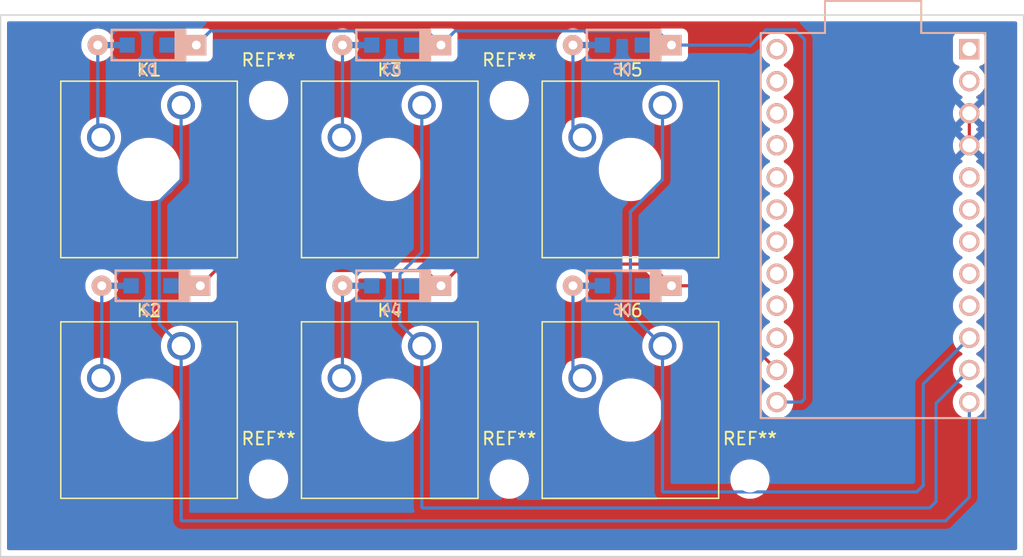
<source format=kicad_pcb>
(kicad_pcb (version 20211014) (generator pcbnew)
  (layers (0 "F.Cu" signal) (31 "B.Cu" signal) (34 "B.Paste" user) (35 "F.Paste" user) (36 "B.SilkS" user "B.Silkscreen") (37 "F.SilkS" user "F.Silkscreen") (38 "B.Mask" user) (39 "F.Mask" user) (44 "Edge.Cuts" user))
  (net 0 "")
  (net 1 "Net-(D1-Pad2)")
  (net 2 "row1")
  (net 3 "Net-(D2-Pad2)")
  (net 4 "row2")
  (net 5 "Net-(D3-Pad2)")
  (net 6 "Net-(D4-Pad2)")
  (net 7 "Net-(D5-Pad2)")
  (net 8 "Net-(D6-Pad2)")
  (net 9 "col1")
  (net 10 "col2")
  (net 18 "col3")
  (net 29 "+5V")
  (footprint "MountingHole:MountingHole_2.1mm" (layer "F.Cu") (at 125.984 47.244)
    (fp_text reference "REF**" (at 0 -3.2) (layer "F.SilkS"))
    (fp_text value "MountingHole_2.1mm")
    (pad "" np_thru_hole circle (at 0 0) (size 2.1 2.1) (drill 2.1) (layers *.Cu *.Mask))
  )
  (footprint "MountingHole:MountingHole_2.1mm" (layer "F.Cu") (at 145.034 77.216)
    (fp_text reference "REF**" (at 0 -3.2) (layer "F.SilkS"))
    (fp_text value "MountingHole_2.1mm")
    (pad "" np_thru_hole circle (at 0 0) (size 2.1 2.1) (drill 2.1) (layers *.Cu *.Mask))
  )
  (footprint "Button_Switch_Keyboard:SW_Cherry_MX_1.00u_Plate" (layer "F.Cu") (at 157.1625 47.625)
    (fp_text reference "K5" (at -2.54 -2.794) (layer "F.SilkS"))
    (fp_text value "KEYSW")
    (fp_line (start -9.525 -1.905) (end 4.445 -1.905) (layer "F.SilkS") (width 0.12))
    (fp_line (start 4.445 -1.905) (end 4.445 12.065) (layer "F.SilkS") (width 0.12))
    (fp_line (start -9.525 12.065) (end -9.525 -1.905) (layer "F.SilkS") (width 0.12))
    (fp_line (start 4.445 12.065) (end -9.525 12.065) (layer "F.SilkS") (width 0.12))
    (pad "" np_thru_hole circle (at -2.54 5.08) (size 4 4) (drill 4) (layers *.Cu *.Mask))
    (pad "1" thru_hole circle (at 0 0) (size 2.2 2.2) (drill 1.5) (layers *.Cu *.Mask) (net 18 "col3"))
    (pad "2" thru_hole circle (at -6.35 2.54) (size 2.2 2.2) (drill 1.5) (layers *.Cu *.Mask) (net 7 "Net-(D5-Pad2)"))
  )
  (footprint "Button_Switch_Keyboard:SW_Cherry_MX_1.00u_Plate" (layer "F.Cu") (at 138.1125 66.675)
    (fp_text reference "K4" (at -2.54 -2.794) (layer "F.SilkS"))
    (fp_text value "KEYSW")
    (fp_line (start 4.445 -1.905) (end 4.445 12.065) (layer "F.SilkS") (width 0.12))
    (fp_line (start 4.445 12.065) (end -9.525 12.065) (layer "F.SilkS") (width 0.12))
    (fp_line (start -9.525 -1.905) (end 4.445 -1.905) (layer "F.SilkS") (width 0.12))
    (fp_line (start -9.525 12.065) (end -9.525 -1.905) (layer "F.SilkS") (width 0.12))
    (pad "" np_thru_hole circle (at -2.54 5.08) (size 4 4) (drill 4) (layers *.Cu *.Mask))
    (pad "1" thru_hole circle (at 0 0) (size 2.2 2.2) (drill 1.5) (layers *.Cu *.Mask) (net 10 "col2"))
    (pad "2" thru_hole circle (at -6.35 2.54) (size 2.2 2.2) (drill 1.5) (layers *.Cu *.Mask) (net 6 "Net-(D4-Pad2)"))
  )
  (footprint "MountingHole:MountingHole_2.1mm" (layer "F.Cu") (at 145.034 47.244)
    (fp_text reference "REF**" (at 0 -3.2) (layer "F.SilkS"))
    (fp_text value "MountingHole_2.1mm")
    (pad "" np_thru_hole circle (at 0 0) (size 2.1 2.1) (drill 2.1) (layers *.Cu *.Mask))
  )
  (footprint "Button_Switch_Keyboard:SW_Cherry_MX_1.00u_Plate" (layer "F.Cu") (at 119.0625 47.625)
    (fp_text reference "K1" (at -2.54 -2.794) (layer "F.SilkS"))
    (fp_text value "KEYSW")
    (fp_line (start 4.445 -1.905) (end 4.445 12.065) (layer "F.SilkS") (width 0.12))
    (fp_line (start -9.525 -1.905) (end 4.445 -1.905) (layer "F.SilkS") (width 0.12))
    (fp_line (start -9.525 12.065) (end -9.525 -1.905) (layer "F.SilkS") (width 0.12))
    (fp_line (start 4.445 12.065) (end -9.525 12.065) (layer "F.SilkS") (width 0.12))
    (pad "" np_thru_hole circle (at -2.54 5.08) (size 4 4) (drill 4) (layers *.Cu *.Mask))
    (pad "1" thru_hole circle (at 0 0) (size 2.2 2.2) (drill 1.5) (layers *.Cu *.Mask) (net 9 "col1"))
    (pad "2" thru_hole circle (at -6.35 2.54) (size 2.2 2.2) (drill 1.5) (layers *.Cu *.Mask) (net 1 "Net-(D1-Pad2)"))
  )
  (footprint "Button_Switch_Keyboard:SW_Cherry_MX_1.00u_Plate" (layer "F.Cu") (at 119.0625 66.675)
    (fp_text reference "K2" (at -2.54 -2.794) (layer "F.SilkS"))
    (fp_text value "KEYSW")
    (fp_line (start -9.525 12.065) (end -9.525 -1.905) (layer "F.SilkS") (width 0.12))
    (fp_line (start -9.525 -1.905) (end 4.445 -1.905) (layer "F.SilkS") (width 0.12))
    (fp_line (start 4.445 12.065) (end -9.525 12.065) (layer "F.SilkS") (width 0.12))
    (fp_line (start 4.445 -1.905) (end 4.445 12.065) (layer "F.SilkS") (width 0.12))
    (pad "" np_thru_hole circle (at -2.54 5.08) (size 4 4) (drill 4) (layers *.Cu *.Mask))
    (pad "1" thru_hole circle (at 0 0) (size 2.2 2.2) (drill 1.5) (layers *.Cu *.Mask) (net 9 "col1"))
    (pad "2" thru_hole circle (at -6.35 2.54) (size 2.2 2.2) (drill 1.5) (layers *.Cu *.Mask) (net 3 "Net-(D2-Pad2)"))
  )
  (footprint "MountingHole:MountingHole_2.1mm" (layer "F.Cu") (at 125.984 77.216)
    (fp_text reference "REF**" (at 0 -3.2) (layer "F.SilkS"))
    (fp_text value "MountingHole_2.1mm")
    (pad "" np_thru_hole circle (at 0 0) (size 2.1 2.1) (drill 2.1) (layers *.Cu *.Mask))
  )
  (footprint "MountingHole:MountingHole_2.1mm" (layer "F.Cu") (at 164.084 77.216)
    (fp_text reference "REF**" (at 0 -3.2) (layer "F.SilkS"))
    (fp_text value "MountingHole_2.1mm")
    (pad "" np_thru_hole circle (at 0 0) (size 2.1 2.1) (drill 2.1) (layers *.Cu *.Mask))
  )
  (footprint "Button_Switch_Keyboard:SW_Cherry_MX_1.00u_Plate" (layer "F.Cu") (at 138.1125 47.625)
    (fp_text reference "K3" (at -2.54 -2.794) (layer "F.SilkS"))
    (fp_text value "KEYSW")
    (fp_line (start 4.445 12.065) (end -9.525 12.065) (layer "F.SilkS") (width 0.12))
    (fp_line (start -9.525 12.065) (end -9.525 -1.905) (layer "F.SilkS") (width 0.12))
    (fp_line (start -9.525 -1.905) (end 4.445 -1.905) (layer "F.SilkS") (width 0.12))
    (fp_line (start 4.445 -1.905) (end 4.445 12.065) (layer "F.SilkS") (width 0.12))
    (pad "" np_thru_hole circle (at -2.54 5.08) (size 4 4) (drill 4) (layers *.Cu *.Mask))
    (pad "1" thru_hole circle (at 0 0) (size 2.2 2.2) (drill 1.5) (layers *.Cu *.Mask) (net 10 "col2"))
    (pad "2" thru_hole circle (at -6.35 2.54) (size 2.2 2.2) (drill 1.5) (layers *.Cu *.Mask) (net 5 "Net-(D3-Pad2)"))
  )
  (footprint "Button_Switch_Keyboard:SW_Cherry_MX_1.00u_Plate" (layer "F.Cu") (at 157.1625 66.675)
    (fp_text reference "K6" (at -2.54 -2.794) (layer "F.SilkS"))
    (fp_text value "KEYSW")
    (fp_line (start -9.525 12.065) (end -9.525 -1.905) (layer "F.SilkS") (width 0.12))
    (fp_line (start 4.445 12.065) (end -9.525 12.065) (layer "F.SilkS") (width 0.12))
    (fp_line (start -9.525 -1.905) (end 4.445 -1.905) (layer "F.SilkS") (width 0.12))
    (fp_line (start 4.445 -1.905) (end 4.445 12.065) (layer "F.SilkS") (width 0.12))
    (pad "" np_thru_hole circle (at -2.54 5.08) (size 4 4) (drill 4) (layers *.Cu *.Mask))
    (pad "1" thru_hole circle (at 0 0) (size 2.2 2.2) (drill 1.5) (layers *.Cu *.Mask) (net 18 "col3"))
    (pad "2" thru_hole circle (at -6.35 2.54) (size 2.2 2.2) (drill 1.5) (layers *.Cu *.Mask) (net 8 "Net-(D6-Pad2)"))
  )
  (footprint "keyboard_parts:D_SOD123_axial" (layer "B.Cu") (at 116.68125 61.9125 180)
    (fp_text reference "D2" (at 0 -1.925) (layer "B.SilkS") (effects (font (size 0.8 0.8)) (justify mirror)))
    (fp_text value "D" hide)
    (fp_line (start -2.625 1.2) (end -2.625 -1.2) (layer "B.SilkS") (width 0.2))
    (fp_line (start -3 1.2) (end 2.8 1.2) (layer "B.SilkS") (width 0.2))
    (fp_line (start -2.275 1.2) (end -2.275 -1.2) (layer "B.SilkS") (width 0.2))
    (fp_line (start -2.45 1.2) (end -2.45 -1.2) (layer "B.SilkS") (width 0.2))
    (fp_line (start 2.8 1.2) (end 2.8 -1.2) (layer "B.SilkS") (width 0.2))
    (fp_line (start -3.025 -1.2) (end -3.025 1.2) (layer "B.SilkS") (width 0.2))
    (fp_line (start 2.8 -1.2) (end -3 -1.2) (layer "B.SilkS") (width 0.2))
    (fp_line (start -2.8 1.2) (end -2.8 -1.2) (layer "B.SilkS") (width 0.2))
    (fp_line (start -2.925 1.2) (end -2.925 -1.2) (layer "B.SilkS") (width 0.2))
    (pad "1" smd rect locked (at -1.575 0 180) (size 1.2 1.2) (layers "B.Cu" "B.Paste" "B.Mask") (net 4 "row2"))
    (pad "1" smd rect locked (at -2.7 0 180) (size 2.5 0.5) (layers "B.Cu") (net 4 "row2"))
    (pad "1" thru_hole rect locked (at -3.9 0 180) (size 1.6 1.6) (drill 0.7) (layers *.Cu *.Mask "B.SilkS") (net 4 "row2"))
    (pad "2" smd rect locked (at 1.575 0 180) (size 1.2 1.2) (layers "B.Cu" "B.Paste" "B.Mask") (net 3 "Net-(D2-Pad2)"))
    (pad "2" smd rect locked (at 2.7 0 180) (size 2.5 0.5) (layers "B.Cu") (net 3 "Net-(D2-Pad2)"))
    (pad "2" thru_hole circle locked (at 3.9 0 180) (size 1.6 1.6) (drill 0.7) (layers *.Cu *.Mask "B.SilkS") (net 3 "Net-(D2-Pad2)"))
  )
  (footprint "keyboard_parts:D_SOD123_axial" (layer "B.Cu") (at 135.73125 42.8625 180)
    (fp_text reference "D3" (at 0 -1.925) (layer "B.SilkS") (effects (font (size 0.8 0.8)) (justify mirror)))
    (fp_text value "D" hide)
    (fp_line (start -2.275 1.2) (end -2.275 -1.2) (layer "B.SilkS") (width 0.2))
    (fp_line (start -2.925 1.2) (end -2.925 -1.2) (layer "B.SilkS") (width 0.2))
    (fp_line (start -2.625 1.2) (end -2.625 -1.2) (layer "B.SilkS") (width 0.2))
    (fp_line (start 2.8 -1.2) (end -3 -1.2) (layer "B.SilkS") (width 0.2))
    (fp_line (start 2.8 1.2) (end 2.8 -1.2) (layer "B.SilkS") (width 0.2))
    (fp_line (start -3 1.2) (end 2.8 1.2) (layer "B.SilkS") (width 0.2))
    (fp_line (start -2.45 1.2) (end -2.45 -1.2) (layer "B.SilkS") (width 0.2))
    (fp_line (start -3.025 -1.2) (end -3.025 1.2) (layer "B.SilkS") (width 0.2))
    (fp_line (start -2.8 1.2) (end -2.8 -1.2) (layer "B.SilkS") (width 0.2))
    (pad "1" thru_hole rect locked (at -3.9 0 180) (size 1.6 1.6) (drill 0.7) (layers *.Cu *.Mask "B.SilkS") (net 2 "row1"))
    (pad "1" smd rect locked (at -1.575 0 180) (size 1.2 1.2) (layers "B.Cu" "B.Paste" "B.Mask") (net 2 "row1"))
    (pad "1" smd rect locked (at -2.7 0 180) (size 2.5 0.5) (layers "B.Cu") (net 2 "row1"))
    (pad "2" smd rect locked (at 1.575 0 180) (size 1.2 1.2) (layers "B.Cu" "B.Paste" "B.Mask") (net 5 "Net-(D3-Pad2)"))
    (pad "2" thru_hole circle locked (at 3.9 0 180) (size 1.6 1.6) (drill 0.7) (layers *.Cu *.Mask "B.SilkS") (net 5 "Net-(D3-Pad2)"))
    (pad "2" smd rect locked (at 2.7 0 180) (size 2.5 0.5) (layers "B.Cu") (net 5 "Net-(D3-Pad2)"))
  )
  (footprint "keyboard_parts:D_SOD123_axial" (layer "B.Cu") (at 153.975 42.8625 180)
    (fp_text reference "D5" (at 0 -1.925) (layer "B.SilkS") (effects (font (size 0.8 0.8)) (justify mirror)))
    (fp_text value "D" hide)
    (fp_line (start 2.8 1.2) (end 2.8 -1.2) (layer "B.SilkS") (width 0.2))
    (fp_line (start 2.8 -1.2) (end -3 -1.2) (layer "B.SilkS") (width 0.2))
    (fp_line (start -3 1.2) (end 2.8 1.2) (layer "B.SilkS") (width 0.2))
    (fp_line (start -2.925 1.2) (end -2.925 -1.2) (layer "B.SilkS") (width 0.2))
    (fp_line (start -3.025 -1.2) (end -3.025 1.2) (layer "B.SilkS") (width 0.2))
    (fp_line (start -2.45 1.2) (end -2.45 -1.2) (layer "B.SilkS") (width 0.2))
    (fp_line (start -2.275 1.2) (end -2.275 -1.2) (layer "B.SilkS") (width 0.2))
    (fp_line (start -2.625 1.2) (end -2.625 -1.2) (layer "B.SilkS") (width 0.2))
    (fp_line (start -2.8 1.2) (end -2.8 -1.2) (layer "B.SilkS") (width 0.2))
    (pad "1" smd rect locked (at -2.7 0 180) (size 2.5 0.5) (layers "B.Cu") (net 2 "row1"))
    (pad "1" thru_hole rect locked (at -3.9 0 180) (size 1.6 1.6) (drill 0.7) (layers *.Cu *.Mask "B.SilkS") (net 2 "row1"))
    (pad "1" smd rect locked (at -1.575 0 180) (size 1.2 1.2) (layers "B.Cu" "B.Paste" "B.Mask") (net 2 "row1"))
    (pad "2" smd rect locked (at 2.7 0 180) (size 2.5 0.5) (layers "B.Cu") (net 7 "Net-(D5-Pad2)"))
    (pad "2" thru_hole circle locked (at 3.9 0 180) (size 1.6 1.6) (drill 0.7) (layers *.Cu *.Mask "B.SilkS") (net 7 "Net-(D5-Pad2)"))
    (pad "2" smd rect locked (at 1.575 0 180) (size 1.2 1.2) (layers "B.Cu" "B.Paste" "B.Mask") (net 7 "Net-(D5-Pad2)"))
  )
  (footprint "keyboard_parts:D_SOD123_axial" (layer "B.Cu") (at 135.73125 61.9125 180)
    (fp_text reference "D4" (at 0 -1.925) (layer "B.SilkS") (effects (font (size 0.8 0.8)) (justify mirror)))
    (fp_text value "D" hide)
    (fp_line (start -2.275 1.2) (end -2.275 -1.2) (layer "B.SilkS") (width 0.2))
    (fp_line (start 2.8 -1.2) (end -3 -1.2) (layer "B.SilkS") (width 0.2))
    (fp_line (start -2.45 1.2) (end -2.45 -1.2) (layer "B.SilkS") (width 0.2))
    (fp_line (start -3.025 -1.2) (end -3.025 1.2) (layer "B.SilkS") (width 0.2))
    (fp_line (start -3 1.2) (end 2.8 1.2) (layer "B.SilkS") (width 0.2))
    (fp_line (start 2.8 1.2) (end 2.8 -1.2) (layer "B.SilkS") (width 0.2))
    (fp_line (start -2.925 1.2) (end -2.925 -1.2) (layer "B.SilkS") (width 0.2))
    (fp_line (start -2.8 1.2) (end -2.8 -1.2) (layer "B.SilkS") (width 0.2))
    (fp_line (start -2.625 1.2) (end -2.625 -1.2) (layer "B.SilkS") (width 0.2))
    (pad "1" thru_hole rect locked (at -3.9 0 180) (size 1.6 1.6) (drill 0.7) (layers *.Cu *.Mask "B.SilkS") (net 4 "row2"))
    (pad "1" smd rect locked (at -1.575 0 180) (size 1.2 1.2) (layers "B.Cu" "B.Paste" "B.Mask") (net 4 "row2"))
    (pad "1" smd rect locked (at -2.7 0 180) (size 2.5 0.5) (layers "B.Cu") (net 4 "row2"))
    (pad "2" thru_hole circle locked (at 3.9 0 180) (size 1.6 1.6) (drill 0.7) (layers *.Cu *.Mask "B.SilkS") (net 6 "Net-(D4-Pad2)"))
    (pad "2" smd rect locked (at 1.575 0 180) (size 1.2 1.2) (layers "B.Cu" "B.Paste" "B.Mask") (net 6 "Net-(D4-Pad2)"))
    (pad "2" smd rect locked (at 2.7 0 180) (size 2.5 0.5) (layers "B.Cu") (net 6 "Net-(D4-Pad2)"))
  )
  (footprint "keyboard_parts:D_SOD123_axial" (layer "B.Cu") (at 153.975 61.9125 180)
    (fp_text reference "D6" (at 0 -1.925) (layer "B.SilkS") (effects (font (size 0.8 0.8)) (justify mirror)))
    (fp_text value "D" hide)
    (fp_line (start -2.625 1.2) (end -2.625 -1.2) (layer "B.SilkS") (width 0.2))
    (fp_line (start 2.8 -1.2) (end -3 -1.2) (layer "B.SilkS") (width 0.2))
    (fp_line (start 2.8 1.2) (end 2.8 -1.2) (layer "B.SilkS") (width 0.2))
    (fp_line (start -2.925 1.2) (end -2.925 -1.2) (layer "B.SilkS") (width 0.2))
    (fp_line (start -2.8 1.2) (end -2.8 -1.2) (layer "B.SilkS") (width 0.2))
    (fp_line (start -3.025 -1.2) (end -3.025 1.2) (layer "B.SilkS") (width 0.2))
    (fp_line (start -2.275 1.2) (end -2.275 -1.2) (layer "B.SilkS") (width 0.2))
    (fp_line (start -2.45 1.2) (end -2.45 -1.2) (layer "B.SilkS") (width 0.2))
    (fp_line (start -3 1.2) (end 2.8 1.2) (layer "B.SilkS") (width 0.2))
    (pad "1" smd rect locked (at -1.575 0 180) (size 1.2 1.2) (layers "B.Cu" "B.Paste" "B.Mask") (net 4 "row2"))
    (pad "1" smd rect locked (at -2.7 0 180) (size 2.5 0.5) (layers "B.Cu") (net 4 "row2"))
    (pad "1" thru_hole rect locked (at -3.9 0 180) (size 1.6 1.6) (drill 0.7) (layers *.Cu *.Mask "B.SilkS") (net 4 "row2"))
    (pad "2" thru_hole circle locked (at 3.9 0 180) (size 1.6 1.6) (drill 0.7) (layers *.Cu *.Mask "B.SilkS") (net 8 "Net-(D6-Pad2)"))
    (pad "2" smd rect locked (at 1.575 0 180) (size 1.2 1.2) (layers "B.Cu" "B.Paste" "B.Mask") (net 8 "Net-(D6-Pad2)"))
    (pad "2" smd rect locked (at 2.7 0 180) (size 2.5 0.5) (layers "B.Cu") (net 8 "Net-(D6-Pad2)"))
  )
  (footprint "keyboard_parts:D_SOD123_axial" (layer "B.Cu") (at 116.3625 42.8625 180)
    (fp_text reference "D1" (at 0 -1.925) (layer "B.SilkS") (effects (font (size 0.8 0.8)) (justify mirror)))
    (fp_text value "D" hide)
    (fp_line (start -2.45 1.2) (end -2.45 -1.2) (layer "B.SilkS") (width 0.2))
    (fp_line (start -2.275 1.2) (end -2.275 -1.2) (layer "B.SilkS") (width 0.2))
    (fp_line (start -2.8 1.2) (end -2.8 -1.2) (layer "B.SilkS") (width 0.2))
    (fp_line (start 2.8 1.2) (end 2.8 -1.2) (layer "B.SilkS") (width 0.2))
    (fp_line (start -3 1.2) (end 2.8 1.2) (layer "B.SilkS") (width 0.2))
    (fp_line (start -2.625 1.2) (end -2.625 -1.2) (layer "B.SilkS") (width 0.2))
    (fp_line (start -3.025 -1.2) (end -3.025 1.2) (layer "B.SilkS") (width 0.2))
    (fp_line (start -2.925 1.2) (end -2.925 -1.2) (layer "B.SilkS") (width 0.2))
    (fp_line (start 2.8 -1.2) (end -3 -1.2) (layer "B.SilkS") (width 0.2))
    (pad "1" smd rect locked (at -2.7 0 180) (size 2.5 0.5) (layers "B.Cu") (net 2 "row1"))
    (pad "1" smd rect locked (at -1.575 0 180) (size 1.2 1.2) (layers "B.Cu" "B.Paste" "B.Mask") (net 2 "row1"))
    (pad "1" thru_hole rect locked (at -3.9 0 180) (size 1.6 1.6) (drill 0.7) (layers *.Cu *.Mask "B.SilkS") (net 2 "row1"))
    (pad "2" smd rect locked (at 1.575 0 180) (size 1.2 1.2) (layers "B.Cu" "B.Paste" "B.Mask") (net 1 "Net-(D1-Pad2)"))
    (pad "2" smd rect locked (at 2.7 0 180) (size 2.5 0.5) (layers "B.Cu") (net 1 "Net-(D1-Pad2)"))
    (pad "2" thru_hole circle locked (at 3.9 0 180) (size 1.6 1.6) (drill 0.7) (layers *.Cu *.Mask "B.SilkS") (net 1 "Net-(D1-Pad2)"))
  )
  (footprint "promicro:ProMicro" (layer "B.Cu") (at 173.83125 57.15 -90)
    (fp_text reference "U1" hide)
    (fp_text value "ProMicro")
    (fp_line (start -15.24 3.81) (end -15.24 8.89) (layer "B.SilkS") (width 0.15))
    (fp_line (start -17.78 -3.81) (end -17.78 3.81) (layer "B.SilkS") (width 0.15))
    (fp_line (start -15.24 -8.89) (end 15.24 -8.89) (layer "B.SilkS") (width 0.15))
    (fp_line (start -17.78 3.81) (end -15.24 3.81) (layer "B.SilkS") (width 0.15))
    (fp_line (start -15.24 -8.89) (end -15.24 -3.81) (layer "B.SilkS") (width 0.15))
    (fp_line (start -15.24 8.89) (end 15.24 8.89) (layer "B.SilkS") (width 0.15))
    (fp_line (start -15.24 -3.81) (end -17.78 -3.81) (layer "B.SilkS") (width 0.15))
    (fp_line (start 15.24 8.89) (end 15.24 -8.89) (layer "B.SilkS") (width 0.15))
    (fp_line (start -15.24 -8.89) (end -15.24 -3.81) (layer "F.SilkS") (width 0.15))
    (fp_line (start -15.24 -3.81) (end -17.78 -3.81) (layer "F.SilkS") (width 0.15))
    (fp_line (start 15.24 -8.89) (end -15.24 -8.89) (layer "F.SilkS") (width 0.15))
    (fp_line (start -17.78 -3.81) (end -17.78 3.81) (layer "F.SilkS") (width 0.15))
    (fp_line (start -17.78 3.81) (end -15.24 3.81) (layer "F.SilkS") (width 0.15))
    (fp_line (start 15.24 8.89) (end 15.24 -8.89) (layer "F.SilkS") (width 0.15))
    (fp_line (start -15.24 3.81) (end -15.24 8.89) (layer "F.SilkS") (width 0.15))
    (fp_line (start -15.24 8.89) (end 15.24 8.89) (layer "F.SilkS") (width 0.15))
    (pad "1" thru_hole rect locked (at -13.97 -7.62 270) (size 1.6 1.6) (drill 1.1) (layers *.Cu *.Mask "B.SilkS"))
    (pad "2" thru_hole circle locked (at -11.43 -7.62 270) (size 1.6 1.6) (drill 1.1) (layers *.Cu *.Mask "B.SilkS"))
    (pad "3" thru_hole circle locked (at -8.89 -7.62 270) (size 1.6 1.6) (drill 1.1) (layers *.Cu *.Mask "B.SilkS") (net 29 "+5V"))
    (pad "4" thru_hole circle locked (at -6.35 -7.62 270) (size 1.6 1.6) (drill 1.1) (layers *.Cu *.Mask "B.SilkS") (net 29 "+5V"))
    (pad "5" thru_hole circle locked (at -3.81 -7.62 270) (size 1.6 1.6) (drill 1.1) (layers *.Cu *.Mask "B.SilkS"))
    (pad "6" thru_hole circle locked (at -1.27 -7.62 270) (size 1.6 1.6) (drill 1.1) (layers *.Cu *.Mask "B.SilkS"))
    (pad "7" thru_hole circle locked (at 1.27 -7.62 270) (size 1.6 1.6) (drill 1.1) (layers *.Cu *.Mask "B.SilkS"))
    (pad "8" thru_hole circle locked (at 3.81 -7.62 270) (size 1.6 1.6) (drill 1.1) (layers *.Cu *.Mask "B.SilkS"))
    (pad "9" thru_hole circle locked (at 6.35 -7.62 270) (size 1.6 1.6) (drill 1.1) (layers *.Cu *.Mask "B.SilkS"))
    (pad "10" thru_hole circle locked (at 8.89 -7.62 270) (size 1.6 1.6) (drill 1.1) (layers *.Cu *.Mask "B.SilkS") (net 18 "col3"))
    (pad "11" thru_hole circle locked (at 11.43 -7.62 270) (size 1.6 1.6) (drill 1.1) (layers *.Cu *.Mask "B.SilkS") (net 10 "col2"))
    (pad "12" thru_hole circle locked (at 13.97 -7.62 270) (size 1.6 1.6) (drill 1.1) (layers *.Cu *.Mask "B.SilkS") (net 9 "col1"))
    (pad "13" thru_hole circle locked (at 13.97 7.62 270) (size 1.6 1.6) (drill 1.1) (layers *.Cu *.Mask "B.SilkS") (net 2 "row1"))
    (pad "14" thru_hole circle locked (at 11.43 7.62 270) (size 1.6 1.6) (drill 1.1) (layers *.Cu *.Mask "B.SilkS") (net 4 "row2"))
    (pad "15" thru_hole circle locked (at 8.89 7.62 270) (size 1.6 1.6) (drill 1.1) (layers *.Cu *.Mask "B.SilkS"))
    (pad "16" thru_hole circle locked (at 6.35 7.62 270) (size 1.6 1.6) (drill 1.1) (layers *.Cu *.Mask "B.SilkS"))
    (pad "17" thru_hole circle locked (at 3.81 7.62 270) (size 1.6 1.6) (drill 1.1) (layers *.Cu *.Mask "B.SilkS"))
    (pad "18" thru_hole circle locked (at 1.27 7.62 270) (size 1.6 1.6) (drill 1.1) (layers *.Cu *.Mask "B.SilkS"))
    (pad "19" thru_hole circle locked (at -1.27 7.62 270) (size 1.6 1.6) (drill 1.1) (layers *.Cu *.Mask "B.SilkS"))
    (pad "20" thru_hole circle locked (at -3.81 7.62 270) (size 1.6 1.6) (drill 1.1) (layers *.Cu *.Mask "B.SilkS"))
    (pad "21" thru_hole circle locked (at -6.35 7.62 270) (size 1.6 1.6) (drill 1.1) (layers *.Cu *.Mask "B.SilkS"))
    (pad "22" thru_hole circle locked (at -8.89 7.62 270) (size 1.6 1.6) (drill 1.1) (layers *.Cu *.Mask "B.SilkS"))
    (pad "23" thru_hole circle locked (at -11.43 7.62 270) (size 1.6 1.6) (drill 1.1) (layers *.Cu *.Mask "B.SilkS"))
    (pad "24" thru_hole circle locked (at -13.97 7.62 270) (size 1.6 1.6) (drill 1.1) (layers *.Cu *.Mask "B.SilkS"))
  )
  (gr_line (start 185.7375 83.34375) (end 104.775 83.34375) (layer "Edge.Cuts") (width 0.1))
  (gr_line (start 185.7375 80.9625) (end 185.7375 83.34375) (layer "Edge.Cuts") (width 0.1))
  (gr_line (start 185.7375 80.9625) (end 185.7375 40.48125) (layer "Edge.Cuts") (width 0.1))
  (gr_line (start 104.775 40.48125) (end 185.7375 40.48125) (layer "Edge.Cuts") (width 0.1))
  (gr_line (start 104.775 83.34375) (end 104.775 40.48125) (layer "Edge.Cuts") (width 0.1))
  (segment (start 112.7125 43.1125) (end 112.4625 42.8625) (width 0.25) (layer "F.Cu") (net 1))
  (segment (start 112.7125 43.1125) (end 112.4625 42.8625) (width 0.25) (layer "B.Cu") (net 1))
  (segment (start 112.4625 42.8625) (end 112.4625 49.915) (width 0.25) (layer "B.Cu") (net 1))
  (segment (start 112.4625 49.915) (end 112.7125 50.165) (width 0.25) (layer "B.Cu") (net 1))
  (segment (start 140.755761 41.737989) (end 156.750489 41.737989) (width 0.25) (layer "B.Cu") (net 2))
  (segment (start 157.875 42.8625) (end 164.0205 42.8625) (width 0.25) (layer "B.Cu") (net 2))
  (segment (start 120.2625 42.8625) (end 121.387011 41.737989) (width 0.25) (layer "B.Cu") (net 2))
  (segment (start 138.506739 41.737989) (end 139.63125 42.8625) (width 0.25) (layer "B.Cu") (net 2))
  (segment (start 168.402 70.866) (end 168.148 71.12) (width 0.25) (layer "B.Cu") (net 2))
  (segment (start 121.387011 41.737989) (end 138.506739 41.737989) (width 0.25) (layer "B.Cu") (net 2))
  (segment (start 156.750489 41.737989) (end 157.875 42.8625) (width 0.25) (layer "B.Cu") (net 2))
  (segment (start 139.63125 42.8625) (end 140.755761 41.737989) (width 0.25) (layer "B.Cu") (net 2))
  (segment (start 164.084 42.926) (end 165.354 41.656) (width 0.25) (layer "B.Cu") (net 2))
  (segment (start 168.402 42.418) (end 168.402 70.866) (width 0.25) (layer "B.Cu") (net 2))
  (segment (start 168.148 71.12) (end 166.21125 71.12) (width 0.25) (layer "B.Cu") (net 2))
  (segment (start 167.64 41.656) (end 168.402 42.418) (width 0.25) (layer "B.Cu") (net 2))
  (segment (start 165.354 41.656) (end 167.64 41.656) (width 0.25) (layer "B.Cu") (net 2))
  (segment (start 164.0205 42.8625) (end 164.084 42.926) (width 0.25) (layer "B.Cu") (net 2))
  (segment (start 112.78125 69.14625) (end 112.7125 69.215) (width 0.25) (layer "F.Cu") (net 3))
  (segment (start 112.7125 61.98125) (end 112.78125 61.9125) (width 0.25) (layer "B.Cu") (net 3))
  (segment (start 112.78125 69.14625) (end 112.7125 69.215) (width 0.25) (layer "B.Cu") (net 3))
  (segment (start 112.78125 61.9125) (end 112.78125 69.14625) (width 0.25) (layer "B.Cu") (net 3))
  (segment (start 138.42475 60.706) (end 139.63125 61.9125) (width 0.25) (layer "F.Cu") (net 4))
  (segment (start 159.54375 61.9125) (end 166.21125 68.58) (width 0.25) (layer "F.Cu") (net 4))
  (segment (start 139.63125 61.9125) (end 141.34575 60.198) (width 0.25) (layer "F.Cu") (net 4))
  (segment (start 156.1605 60.198) (end 157.875 61.9125) (width 0.25) (layer "F.Cu") (net 4))
  (segment (start 157.875 61.9125) (end 159.54375 61.9125) (width 0.25) (layer "F.Cu") (net 4))
  (segment (start 120.58125 61.9125) (end 121.78775 60.706) (width 0.25) (layer "F.Cu") (net 4))
  (segment (start 141.34575 60.198) (end 156.1605 60.198) (width 0.25) (layer "F.Cu") (net 4))
  (segment (start 121.78775 60.706) (end 138.42475 60.706) (width 0.25) (layer "F.Cu") (net 4))
  (segment (start 131.83125 50.09625) (end 131.7625 50.165) (width 0.25) (layer "F.Cu") (net 5))
  (segment (start 131.7625 42.93125) (end 131.83125 42.8625) (width 0.25) (layer "B.Cu") (net 5))
  (segment (start 131.83125 42.8625) (end 131.83125 50.09625) (width 0.25) (layer "B.Cu") (net 5))
  (segment (start 131.83125 50.09625) (end 131.7625 50.165) (width 0.25) (layer "B.Cu") (net 5))
  (segment (start 131.83125 69.14625) (end 131.7625 69.215) (width 0.25) (layer "F.Cu") (net 6))
  (segment (start 131.7625 61.98125) (end 131.83125 61.9125) (width 0.25) (layer "B.Cu") (net 6))
  (segment (start 131.83125 69.14625) (end 131.7625 69.215) (width 0.25) (layer "B.Cu") (net 6))
  (segment (start 131.83125 61.9125) (end 131.83125 69.14625) (width 0.25) (layer "B.Cu") (net 6))
  (segment (start 150.075 49.4275) (end 150.8125 50.165) (width 0.25) (layer "F.Cu") (net 7))
  (segment (start 150.075 49.4275) (end 150.8125 50.165) (width 0.25) (layer "B.Cu") (net 7))
  (segment (start 150.075 42.8625) (end 150.075 49.4275) (width 0.25) (layer "B.Cu") (net 7))
  (segment (start 150.075 68.4775) (end 150.8125 69.215) (width 0.25) (layer "F.Cu") (net 8))
  (segment (start 150.075 68.4775) (end 150.8125 69.215) (width 0.25) (layer "B.Cu") (net 8))
  (segment (start 150.075 61.9125) (end 150.075 68.4775) (width 0.25) (layer "B.Cu") (net 8))
  (segment (start 119.126 80.518) (end 179.578 80.518) (width 0.25) (layer "B.Cu") (net 9))
  (segment (start 117.331739 64.944239) (end 119.0625 66.675) (width 0.25) (layer "B.Cu") (net 9))
  (segment (start 119.0625 47.625) (end 119.0625 53.523081) (width 0.25) (layer "B.Cu") (net 9))
  (segment (start 179.578 80.518) (end 181.45125 78.64475) (width 0.25) (layer "B.Cu") (net 9))
  (segment (start 181.45125 78.64475) (end 181.45125 71.12) (width 0.25) (layer "B.Cu") (net 9))
  (segment (start 119.0625 80.4545) (end 119.126 80.518) (width 0.25) (layer "B.Cu") (net 9))
  (segment (start 119.0625 66.675) (end 119.0625 80.4545) (width 0.25) (layer "B.Cu") (net 9))
  (segment (start 117.331739 55.253842) (end 117.331739 64.944239) (width 0.25) (layer "B.Cu") (net 9))
  (segment (start 119.0625 53.523081) (end 117.331739 55.253842) (width 0.25) (layer "B.Cu") (net 9))
  (segment (start 178.816 71.21525) (end 181.45125 68.58) (width 0.25) (layer "B.Cu") (net 10))
  (segment (start 178.308 79.502) (end 178.816 78.994) (width 0.25) (layer "B.Cu") (net 10))
  (segment (start 138.176 79.502) (end 178.308 79.502) (width 0.25) (layer "B.Cu") (net 10))
  (segment (start 138.1125 47.625) (end 138.1125 59.257228) (width 0.25) (layer "B.Cu") (net 10))
  (segment (start 138.1125 66.675) (end 138.1125 79.4385) (width 0.25) (layer "B.Cu") (net 10))
  (segment (start 138.1125 59.257228) (end 136.381739 60.987989) (width 0.25) (layer "B.Cu") (net 10))
  (segment (start 138.1125 79.4385) (end 138.176 79.502) (width 0.25) (layer "B.Cu") (net 10))
  (segment (start 178.816 78.994) (end 178.816 71.21525) (width 0.25) (layer "B.Cu") (net 10))
  (segment (start 136.381739 60.987989) (end 136.381739 64.944239) (width 0.25) (layer "B.Cu") (net 10))
  (segment (start 136.381739 64.944239) (end 138.1125 66.675) (width 0.25) (layer "B.Cu") (net 10))
  (segment (start 157.226 78.232) (end 177.292 78.232) (width 0.25) (layer "B.Cu") (net 18))
  (segment (start 157.1625 47.625) (end 157.1625 53.523081) (width 0.25) (layer "B.Cu") (net 18))
  (segment (start 177.8 77.724) (end 177.8 69.69125) (width 0.25) (layer "B.Cu") (net 18))
  (segment (start 177.8 69.69125) (end 181.45125 66.04) (width 0.25) (layer "B.Cu") (net 18))
  (segment (start 157.1625 53.523081) (end 154.625489 56.060092) (width 0.25) (layer "B.Cu") (net 18))
  (segment (start 157.1625 66.675) (end 157.1625 78.1685) (width 0.25) (layer "B.Cu") (net 18))
  (segment (start 157.1625 78.1685) (end 157.226 78.232) (width 0.25) (layer "B.Cu") (net 18))
  (segment (start 177.292 78.232) (end 177.8 77.724) (width 0.25) (layer "B.Cu") (net 18))
  (segment (start 154.625489 56.060092) (end 154.625489 64.137989) (width 0.25) (layer "B.Cu") (net 18))
  (segment (start 154.625489 64.137989) (end 157.1625 66.675) (width 0.25) (layer "B.Cu") (net 18))
  (segment (start 181.45125 48.26) (end 181.45125 50.8) (width 0.25) (layer "F.Cu") (net 29))
  (zone (net 29) (net_name "+5V") (layer "F.Cu") (connect_pads (clearance 0.508)) (min_thickness 0.254) (fill yes (thermal_gap 0.508) (thermal_bridge_width 0.508))
    (polygon (pts (xy 185.7375 83.34375) (xy 104.775 83.34375) (xy 104.775 40.48125) (xy 185.7375 40.48125)))
  )
  (zone (net 29) (net_name "+5V") (layer "B.Cu") (connect_pads (clearance 0.508)) (min_thickness 0.254) (fill yes (thermal_gap 0.508) (thermal_bridge_width 0.508))
    (polygon (pts (xy 185.7375 83.34375) (xy 104.775 83.34375) (xy 104.775 40.48125) (xy 185.7375 40.48125)))
  )
)
</source>
